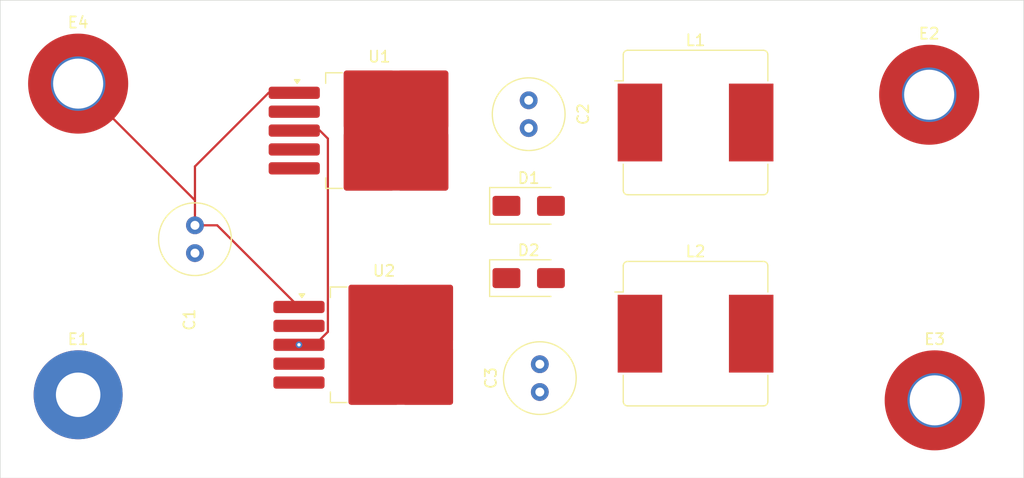
<source format=kicad_pcb>
(kicad_pcb (version 20240108) (generator "pcbnew") (generator_version "8.0")
  (layers (0 "F.Cu" signal) (31 "B.Cu" signal) (34 "B.Paste" user) (35 "F.Paste" user) (36 "B.SilkS" user "B.Silkscreen") (37 "F.SilkS" user "F.Silkscreen") (38 "B.Mask" user) (39 "F.Mask" user) (44 "Edge.Cuts" user))
  (net 0 "")
  (net 1 "GND")
  (net 2 "Net-(U1-VIN)")
  (net 3 "Net-(U1-FB)")
  (net 4 "<NO NET>")
  (net 5 "Net-(U2-FB)")
  (net 6 "Net-(D1-K)")
  (net 7 "Net-(D2-K)")
  (footprint "Package_TO_SOT_SMD:TO-263-5_TabPin3" (layer "F.Cu") (at 117 100.5)
    (property "Reference" "U2" (at 0 -6.65 0) (layer "F.SilkS"))
    (property "Value" "LM2596S-5")
    (fp_line (start -4.825 -5.2) (end -4.825 -4.25) (stroke (width 0.12)) (layer "F.SilkS"))
    (fp_line (start -4.825 5.2) (end -4.825 4.25) (stroke (width 0.12)) (layer "F.SilkS"))
    (fp_line (start -3.325 -5.2) (end -4.825 -5.2) (stroke (width 0.12)) (layer "F.SilkS"))
    (fp_line (start -3.325 5.2) (end -4.825 5.2) (stroke (width 0.12)) (layer "F.SilkS"))
    (fp_poly (pts (xy -7.3875 -4.25) (xy -7.6275 -4.58) (xy -7.1475 -4.58) (xy -7.3875 -4.25)) (stroke (width 0.12)) (fill solid) (layer "F.SilkS"))
    (pad "1" smd roundrect (at -7.65 -3.4) (size 4.6 1.1) (layers "F.Cu" "F.Paste" "F.Mask") (roundrect_rratio 0.227273) (net 2 "Net-(U1-VIN)"))
    (pad "2" smd roundrect (at -7.65 -1.7) (size 4.6 1.1) (layers "F.Cu" "F.Paste" "F.Mask") (roundrect_rratio 0.227273) (net 7 "Net-(D2-K)"))
    (pad "3" smd roundrect (at -7.65 0) (size 4.6 1.1) (layers "F.Cu" "F.Paste" "F.Mask") (roundrect_rratio 0.227273) (net 4 "<NO NET>"))
    (pad "3" smd roundrect (at -0.925 -2.775) (size 4.55 5.25) (layers "F.Cu" "F.Paste") (roundrect_rratio 0.054945) (net 4 "<NO NET>"))
    (pad "3" smd roundrect (at -0.925 2.775) (size 4.55 5.25) (layers "F.Cu" "F.Paste") (roundrect_rratio 0.054945) (net 4 "<NO NET>"))
    (pad "3" smd roundrect (at 1.5 0) (size 9.4 10.8) (layers "F.Cu" "F.Mask") (roundrect_rratio 0.026596) (net 4 "<NO NET>"))
    (pad "3" smd roundrect (at 3.925 -2.775) (size 4.55 5.25) (layers "F.Cu" "F.Paste") (roundrect_rratio 0.054945) (net 4 "<NO NET>"))
    (pad "3" smd roundrect (at 3.925 2.775) (size 4.55 5.25) (layers "F.Cu" "F.Paste") (roundrect_rratio 0.054945) (net 4 "<NO NET>"))
    (pad "4" smd roundrect (at -7.65 1.7) (size 4.6 1.1) (layers "F.Cu" "F.Paste" "F.Mask") (roundrect_rratio 0.227273) (net 5 "Net-(U2-FB)"))
    (pad "5" smd roundrect (at -7.65 3.4) (size 4.6 1.1) (layers "F.Cu" "F.Paste" "F.Mask") (roundrect_rratio 0.227273) (net 4 "<NO NET>"))
  )
  (footprint "Capacitor_THT:C_Radial_D6.3mm_H5.0mm_P2.50mm" (layer "F.Cu") (at 100 89.75 -90)
    (property "Reference" "C1" (at 8.5 0.5 90) (layer "F.SilkS"))
    (property "Value" "100 uF")
    (fp_circle (center 1.25 0) (end 4.52 0) (stroke (width 0.12)) (fill none) (layer "F.SilkS"))
    (pad "1" thru_hole circle (at 0 0 270) (size 1.6 1.6) (drill 0.8) (layers "*.Cu" "*.Mask") (net 2 "Net-(U1-VIN)"))
    (pad "2" thru_hole circle (at 2.5 0 270) (size 1.6 1.6) (drill 0.8) (layers "*.Cu" "*.Mask") (net 1 "GND"))
  )
  (footprint "Diode_SMD:D_SMA" (layer "F.Cu") (at 130 94.5)
    (property "Reference" "D2" (at 0 -2.5 0) (layer "F.SilkS"))
    (property "Value" "SS14")
    (fp_line (start -3.51 -1.65) (end -3.51 1.65) (stroke (width 0.12)) (layer "F.SilkS"))
    (fp_line (start -3.51 -1.65) (end 2 -1.65) (stroke (width 0.12)) (layer "F.SilkS"))
    (fp_line (start -3.51 1.65) (end 2 1.65) (stroke (width 0.12)) (layer "F.SilkS"))
    (pad "1" smd roundrect (at -2 0) (size 2.5 1.8) (layers "F.Cu" "F.Paste" "F.Mask") (roundrect_rratio 0.1388888889) (net 7 "Net-(D2-K)"))
    (pad "2" smd roundrect (at 2 0) (size 2.5 1.8) (layers "F.Cu" "F.Paste" "F.Mask") (roundrect_rratio 0.1388888889) (net 4 "<NO NET>"))
  )
  (footprint "MountingHole:MountingHole_4.5mm_Pad_TopOnly" (layer "F.Cu") (at 89.5 77)
    (property "Reference" "E4" (at 0 -5.5 0) (layer "F.SilkS"))
    (property "Value" "+12V")
    (pad "1" thru_hole circle (at 0 0) (size 4.9 4.9) (drill 4.5) (layers "*.Cu" "*.Mask") (net 2 "Net-(U1-VIN)"))
    (pad "1" connect circle (at 0 0) (size 9 9) (layers "F.Cu" "F.Mask") (net 2 "Net-(U1-VIN)"))
  )
  (footprint "MountingHole:MountingHole_4.5mm_Pad_TopOnly" (layer "F.Cu") (at 166.5 105.5)
    (property "Reference" "E3" (at 0 -5.5 0) (layer "F.SilkS"))
    (property "Value" "+5V")
    (pad "1" thru_hole circle (at 0 0) (size 4.9 4.9) (drill 4.5) (layers "*.Cu" "*.Mask") (net 5 "Net-(U2-FB)"))
    (pad "1" connect circle (at 0 0) (size 9 9) (layers "F.Cu" "F.Mask") (net 5 "Net-(U2-FB)"))
  )
  (footprint "Inductor_SMD:L_Bourns_SRR1208_12.7x12.7mm" (layer "F.Cu") (at 145 99.5)
    (property "Reference" "L2" (at 0 -7.4 0) (layer "F.SilkS"))
    (property "Value" "100 uH")
    (fp_line (start -6.5 -6.1) (end -6.5 -3.75) (stroke (width 0.12)) (layer "F.SilkS"))
    (fp_line (start -6.5 -3.75) (end -7.25 -3.75) (stroke (width 0.12)) (layer "F.SilkS"))
    (fp_line (start -6.5 3.75) (end -6.5 6.1) (stroke (width 0.12)) (layer "F.SilkS"))
    (fp_line (start -6.1 -6.5) (end 6.1 -6.5) (stroke (width 0.12)) (layer "F.SilkS"))
    (fp_line (start 6.1 6.5) (end -6.1 6.5) (stroke (width 0.12)) (layer "F.SilkS"))
    (fp_line (start 6.5 -6.1) (end 6.5 -3.75) (stroke (width 0.12)) (layer "F.SilkS"))
    (fp_line (start 6.5 3.75) (end 6.5 6.1) (stroke (width 0.12)) (layer "F.SilkS"))
    (fp_arc (start -6.5 -6.1) (mid -6.382843 -6.382843) (end -6.1 -6.5) (stroke (width 0.12)) (layer "F.SilkS"))
    (fp_arc (start -6.1 6.5) (mid -6.382843 6.382843) (end -6.5 6.1) (stroke (width 0.12)) (layer "F.SilkS"))
    (fp_arc (start 6.1 -6.5) (mid 6.382843 -6.382843) (end 6.5 -6.1) (stroke (width 0.12)) (layer "F.SilkS"))
    (fp_arc (start 6.5 6.1) (mid 6.382843 6.382843) (end 6.1 6.5) (stroke (width 0.12)) (layer "F.SilkS"))
    (pad "1" smd rect (at -5 0) (size 4 7) (layers "F.Cu" "F.Paste" "F.Mask") (net 7 "Net-(D2-K)"))
    (pad "2" smd rect (at 5 0) (size 4 7) (layers "F.Cu" "F.Paste" "F.Mask") (net 5 "Net-(U2-FB)"))
  )
  (footprint "Capacitor_THT:C_Radial_D6.3mm_H5.0mm_P2.50mm" (layer "F.Cu") (at 131 104.75 90)
    (property "Reference" "C3" (at 1.25 -4.4 90) (layer "F.SilkS"))
    (property "Value" "220 uF")
    (fp_circle (center 1.25 0) (end 4.52 0) (stroke (width 0.12)) (fill none) (layer "F.SilkS"))
    (pad "1" thru_hole circle (at 0 0 90) (size 1.6 1.6) (drill 0.8) (layers "*.Cu" "*.Mask") (net 5 "Net-(U2-FB)"))
    (pad "2" thru_hole circle (at 2.5 0 90) (size 1.6 1.6) (drill 0.8) (layers "*.Cu" "*.Mask") (net 4 "<NO NET>"))
  )
  (footprint "Inductor_SMD:L_Bourns_SRR1208_12.7x12.7mm" (layer "F.Cu") (at 145 80.5)
    (property "Reference" "L1" (at 0 -7.4 360) (layer "F.SilkS"))
    (property "Value" "33 uH")
    (fp_line (start -6.5 -6.1) (end -6.5 -3.75) (stroke (width 0.12)) (layer "F.SilkS"))
    (fp_line (start -6.5 -3.75) (end -7.25 -3.75) (stroke (width 0.12)) (layer "F.SilkS"))
    (fp_line (start -6.5 3.75) (end -6.5 6.1) (stroke (width 0.12)) (layer "F.SilkS"))
    (fp_line (start -6.1 -6.5) (end 6.1 -6.5) (stroke (width 0.12)) (layer "F.SilkS"))
    (fp_line (start 6.1 6.5) (end -6.1 6.5) (stroke (width 0.12)) (layer "F.SilkS"))
    (fp_line (start 6.5 -6.1) (end 6.5 -3.75) (stroke (width 0.12)) (layer "F.SilkS"))
    (fp_line (start 6.5 3.75) (end 6.5 6.1) (stroke (width 0.12)) (layer "F.SilkS"))
    (fp_arc (start -6.5 -6.1) (mid -6.382843 -6.382843) (end -6.1 -6.5) (stroke (width 0.12)) (layer "F.SilkS"))
    (fp_arc (start -6.1 6.5) (mid -6.382843 6.382843) (end -6.5 6.1) (stroke (width 0.12)) (layer "F.SilkS"))
    (fp_arc (start 6.1 -6.5) (mid 6.382843 -6.382843) (end 6.5 -6.1) (stroke (width 0.12)) (layer "F.SilkS"))
    (fp_arc (start 6.5 6.1) (mid 6.382843 6.382843) (end 6.1 6.5) (stroke (width 0.12)) (layer "F.SilkS"))
    (pad "1" smd rect (at -5 0) (size 4 7) (layers "F.Cu" "F.Paste" "F.Mask") (net 6 "Net-(D1-K)"))
    (pad "2" smd rect (at 5 0) (size 4 7) (layers "F.Cu" "F.Paste" "F.Mask") (net 3 "Net-(U1-FB)"))
  )
  (footprint "MountingHole:MountingHole_4mm_Pad_TopBottom" (layer "F.Cu") (at 89.5 105)
    (property "Reference" "E1" (at 0 -5 0) (layer "F.SilkS"))
    (property "Value" "GND")
    (pad "1" thru_hole circle (at 0 0) (size 4.4 4.4) (drill 4) (layers "*.Cu" "*.Mask"))
    (pad "1" connect circle (at 0 0) (size 8 8) (layers "F.Cu" "F.Mask"))
    (pad "1" connect circle (at 0 0) (size 8 8) (layers "B.Cu" "B.Mask"))
  )
  (footprint "Package_TO_SOT_SMD:TO-263-5_TabPin3" (layer "F.Cu") (at 116.575 81.225)
    (property "Reference" "U1" (at 0 -6.65 0) (layer "F.SilkS"))
    (property "Value" "LM2596S-3.3")
    (fp_line (start -4.825 -5.2) (end -4.825 -4.25) (stroke (width 0.12)) (layer "F.SilkS"))
    (fp_line (start -4.825 5.2) (end -4.825 4.25) (stroke (width 0.12)) (layer "F.SilkS"))
    (fp_line (start -3.325 -5.2) (end -4.825 -5.2) (stroke (width 0.12)) (layer "F.SilkS"))
    (fp_line (start -3.325 5.2) (end -4.825 5.2) (stroke (width 0.12)) (layer "F.SilkS"))
    (fp_poly (pts (xy -7.3875 -4.25) (xy -7.6275 -4.58) (xy -7.1475 -4.58) (xy -7.3875 -4.25)) (stroke (width 0.12)) (fill solid) (layer "F.SilkS"))
    (pad "1" smd roundrect (at -7.65 -3.4) (size 4.6 1.1) (layers "F.Cu" "F.Paste" "F.Mask") (roundrect_rratio 0.227273) (net 2 "Net-(U1-VIN)"))
    (pad "2" smd roundrect (at -7.65 -1.7) (size 4.6 1.1) (layers "F.Cu" "F.Paste" "F.Mask") (roundrect_rratio 0.227273) (net 6 "Net-(D1-K)"))
    (pad "3" smd roundrect (at -7.65 0) (size 4.6 1.1) (layers "F.Cu" "F.Paste" "F.Mask") (roundrect_rratio 0.227273) (net 4 "<NO NET>"))
    (pad "3" smd roundrect (at -0.925 -2.775) (size 4.55 5.25) (layers "F.Cu" "F.Paste") (roundrect_rratio 0.054945) (net 4 "<NO NET>"))
    (pad "3" smd roundrect (at -0.925 2.775) (size 4.55 5.25) (layers "F.Cu" "F.Paste") (roundrect_rratio 0.054945) (net 4 "<NO NET>"))
    (pad "3" smd roundrect (at 1.5 0) (size 9.4 10.8) (layers "F.Cu" "F.Mask") (roundrect_rratio 0.026596) (net 4 "<NO NET>"))
    (pad "3" smd roundrect (at 3.925 -2.775) (size 4.55 5.25) (layers "F.Cu" "F.Paste") (roundrect_rratio 0.054945) (net 4 "<NO NET>"))
    (pad "3" smd roundrect (at 3.925 2.775) (size 4.55 5.25) (layers "F.Cu" "F.Paste") (roundrect_rratio 0.054945) (net 4 "<NO NET>"))
    (pad "4" smd roundrect (at -7.65 1.7) (size 4.6 1.1) (layers "F.Cu" "F.Paste" "F.Mask") (roundrect_rratio 0.227273) (net 3 "Net-(U1-FB)"))
    (pad "5" smd roundrect (at -7.65 3.4) (size 4.6 1.1) (layers "F.Cu" "F.Paste" "F.Mask") (roundrect_rratio 0.227273) (net 4 "<NO NET>"))
  )
  (footprint "MountingHole:MountingHole_4.5mm_Pad_TopOnly" (layer "F.Cu") (at 166 78)
    (property "Reference" "E2" (at 0 -5.5 0) (layer "F.SilkS"))
    (property "Value" "+5V")
    (pad "1" thru_hole circle (at 0 0) (size 4.9 4.9) (drill 4.5) (layers "*.Cu" "*.Mask") (net 3 "Net-(U1-FB)"))
    (pad "1" connect circle (at 0 0) (size 9 9) (layers "F.Cu" "F.Mask") (net 3 "Net-(U1-FB)"))
  )
  (footprint "Diode_SMD:D_SMA" (layer "F.Cu") (at 130 88)
    (property "Reference" "D1" (at 0 -2.5 0) (layer "F.SilkS"))
    (property "Value" "SS14")
    (fp_line (start -3.51 -1.65) (end -3.51 1.65) (stroke (width 0.12)) (layer "F.SilkS"))
    (fp_line (start -3.51 -1.65) (end 2 -1.65) (stroke (width 0.12)) (layer "F.SilkS"))
    (fp_line (start -3.51 1.65) (end 2 1.65) (stroke (width 0.12)) (layer "F.SilkS"))
    (pad "1" smd roundrect (at -2 0) (size 2.5 1.8) (layers "F.Cu" "F.Paste" "F.Mask") (roundrect_rratio 0.1388888889) (net 6 "Net-(D1-K)"))
    (pad "2" smd roundrect (at 2 0) (size 2.5 1.8) (layers "F.Cu" "F.Paste" "F.Mask") (roundrect_rratio 0.1388888889) (net 4 "<NO NET>"))
  )
  (footprint "Capacitor_THT:C_Radial_D6.3mm_H5.0mm_P2.50mm" (layer "F.Cu") (at 130 78.5 -90)
    (property "Reference" "C2" (at 1.245 -4.9 90) (layer "F.SilkS"))
    (property "Value" "330 uF")
    (fp_circle (center 1.25 0) (end 4.52 0) (stroke (width 0.12)) (fill none) (layer "F.SilkS"))
    (pad "1" thru_hole circle (at 0 0 270) (size 1.6 1.6) (drill 0.8) (layers "*.Cu" "*.Mask") (net 3 "Net-(U1-FB)"))
    (pad "2" thru_hole circle (at 2.5 0 270) (size 1.6 1.6) (drill 0.8) (layers "*.Cu" "*.Mask") (net 4 "<NO NET>"))
  )
  (gr_rect (start 82.5 69.5) (end 174.5 112.5) (stroke (width 0.05)) (fill none) (layer "Edge.Cuts"))
  (segment (start 100 87.5) (end 100 84.45) (width 0.2) (layer "F.Cu") (net 2))
  (segment (start 100 84.45) (end 106.625 77.825) (width 0.2) (layer "F.Cu") (net 2))
  (segment (start 106.625 77.825) (end 108.925 77.825) (width 0.2) (layer "F.Cu") (net 2))
  (segment (start 102 89.75) (end 109.35 97.1) (width 0.2) (layer "F.Cu") (net 2))
  (segment (start 89.5 77) (end 100 87.5) (width 0.2) (layer "F.Cu") (net 2))
  (segment (start 100 89.75) (end 102 89.75) (width 0.2) (layer "F.Cu") (net 2))
  (segment (start 100 87.5) (end 100 89.75) (width 0.2) (layer "F.Cu") (net 2))
  (segment (start 111.95 99.334744) (end 110.784744 100.5) (width 0.2) (layer "F.Cu") (net 4))
  (segment (start 110.784744 100.5) (end 109.35 100.5) (width 0.2) (layer "F.Cu") (net 4))
  (segment (start 111.225 81.225) (end 111.95 81.95) (width 0.2) (layer "F.Cu") (net 4))
  (segment (start 108.925 81.225) (end 111.225 81.225) (width 0.2) (layer "F.Cu") (net 4))
  (segment (start 111.95 81.95) (end 111.95 99.334744) (width 0.2) (layer "F.Cu") (net 4))
  (via (at 109.35 100.5) (size 0.6) (drill 0.3) (layers "F.Cu" "B.Cu") (net 4))
)
</source>
